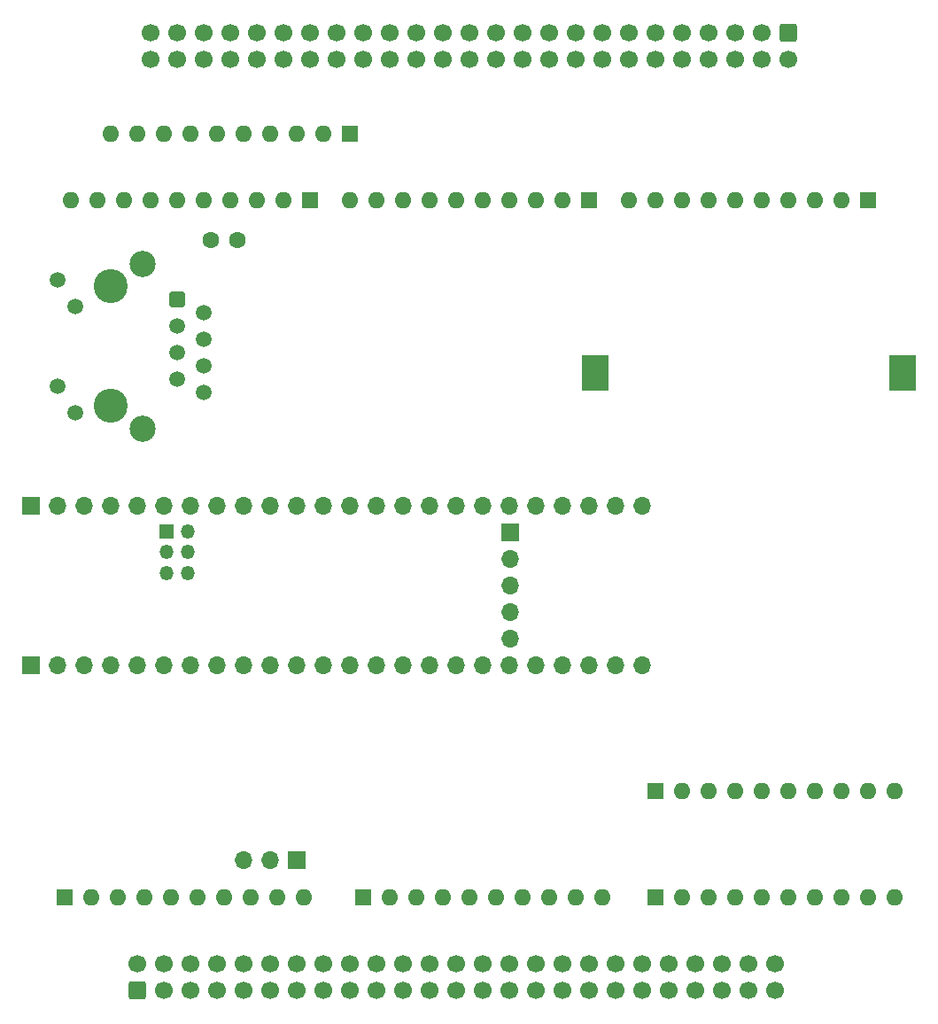
<source format=gbr>
%TF.GenerationSoftware,KiCad,Pcbnew,(6.0.4)*%
%TF.CreationDate,2022-05-21T22:33:24-04:00*%
%TF.ProjectId,pertec_arduino_adapter,70657274-6563-45f6-9172-6475696e6f5f,A*%
%TF.SameCoordinates,Original*%
%TF.FileFunction,Soldermask,Top*%
%TF.FilePolarity,Negative*%
%FSLAX46Y46*%
G04 Gerber Fmt 4.6, Leading zero omitted, Abs format (unit mm)*
G04 Created by KiCad (PCBNEW (6.0.4)) date 2022-05-21 22:33:24*
%MOMM*%
%LPD*%
G01*
G04 APERTURE LIST*
G04 Aperture macros list*
%AMRoundRect*
0 Rectangle with rounded corners*
0 $1 Rounding radius*
0 $2 $3 $4 $5 $6 $7 $8 $9 X,Y pos of 4 corners*
0 Add a 4 corners polygon primitive as box body*
4,1,4,$2,$3,$4,$5,$6,$7,$8,$9,$2,$3,0*
0 Add four circle primitives for the rounded corners*
1,1,$1+$1,$2,$3*
1,1,$1+$1,$4,$5*
1,1,$1+$1,$6,$7*
1,1,$1+$1,$8,$9*
0 Add four rect primitives between the rounded corners*
20,1,$1+$1,$2,$3,$4,$5,0*
20,1,$1+$1,$4,$5,$6,$7,0*
20,1,$1+$1,$6,$7,$8,$9,0*
20,1,$1+$1,$8,$9,$2,$3,0*%
G04 Aperture macros list end*
%ADD10C,3.250000*%
%ADD11RoundRect,0.250500X-0.499500X0.499500X-0.499500X-0.499500X0.499500X-0.499500X0.499500X0.499500X0*%
%ADD12C,1.500000*%
%ADD13C,2.500000*%
%ADD14R,1.700000X1.700000*%
%ADD15O,1.700000X1.700000*%
%ADD16RoundRect,0.250000X0.600000X-0.600000X0.600000X0.600000X-0.600000X0.600000X-0.600000X-0.600000X0*%
%ADD17C,1.700000*%
%ADD18R,1.350000X1.350000*%
%ADD19O,1.350000X1.350000*%
%ADD20R,1.600000X1.600000*%
%ADD21O,1.600000X1.600000*%
%ADD22R,2.540000X3.510000*%
%ADD23C,1.600000*%
%ADD24RoundRect,0.250000X-0.600000X0.600000X-0.600000X-0.600000X0.600000X-0.600000X0.600000X0.600000X0*%
G04 APERTURE END LIST*
D10*
%TO.C,J7*%
X97790000Y-78105000D03*
X97790000Y-66675000D03*
D11*
X104140000Y-67945000D03*
D12*
X106680000Y-69215000D03*
X104140000Y-70485000D03*
X106680000Y-71755000D03*
X104140000Y-73025000D03*
X106680000Y-74295000D03*
X104140000Y-75565000D03*
X106680000Y-76835000D03*
X92710000Y-66065000D03*
X94410000Y-68605000D03*
X92710000Y-76175000D03*
X94410000Y-78715000D03*
D13*
X100840000Y-80265000D03*
X100840000Y-64515000D03*
%TD*%
D14*
%TO.C,J4*%
X90170000Y-87630000D03*
D15*
X92710000Y-87630000D03*
X95250000Y-87630000D03*
X97790000Y-87630000D03*
X100330000Y-87630000D03*
X102870000Y-87630000D03*
X105410000Y-87630000D03*
X107950000Y-87630000D03*
X110490000Y-87630000D03*
X113030000Y-87630000D03*
X115570000Y-87630000D03*
X118110000Y-87630000D03*
X120650000Y-87630000D03*
X123190000Y-87630000D03*
X125730000Y-87630000D03*
X128270000Y-87630000D03*
X130810000Y-87630000D03*
X133350000Y-87630000D03*
X135890000Y-87630000D03*
X138430000Y-87630000D03*
X140970000Y-87630000D03*
X143510000Y-87630000D03*
X146050000Y-87630000D03*
X148590000Y-87630000D03*
%TD*%
D14*
%TO.C,JP1*%
X115570000Y-121545766D03*
D15*
X113030000Y-121545766D03*
X110490000Y-121545766D03*
%TD*%
D16*
%TO.C,J1*%
X100325000Y-133985000D03*
D17*
X100325000Y-131445000D03*
X102865000Y-133985000D03*
X102865000Y-131445000D03*
X105405000Y-133985000D03*
X105405000Y-131445000D03*
X107945000Y-133985000D03*
X107945000Y-131445000D03*
X110485000Y-133985000D03*
X110485000Y-131445000D03*
X113025000Y-133985000D03*
X113025000Y-131445000D03*
X115565000Y-133985000D03*
X115565000Y-131445000D03*
X118105000Y-133985000D03*
X118105000Y-131445000D03*
X120645000Y-133985000D03*
X120645000Y-131445000D03*
X123185000Y-133985000D03*
X123185000Y-131445000D03*
X125725000Y-133985000D03*
X125725000Y-131445000D03*
X128265000Y-133985000D03*
X128265000Y-131445000D03*
X130805000Y-133985000D03*
X130805000Y-131445000D03*
X133345000Y-133985000D03*
X133345000Y-131445000D03*
X135885000Y-133985000D03*
X135885000Y-131445000D03*
X138425000Y-133985000D03*
X138425000Y-131445000D03*
X140965000Y-133985000D03*
X140965000Y-131445000D03*
X143505000Y-133985000D03*
X143505000Y-131445000D03*
X146045000Y-133985000D03*
X146045000Y-131445000D03*
X148585000Y-133985000D03*
X148585000Y-131445000D03*
X151125000Y-133985000D03*
X151125000Y-131445000D03*
X153665000Y-133985000D03*
X153665000Y-131445000D03*
X156205000Y-133985000D03*
X156205000Y-131445000D03*
X158745000Y-133985000D03*
X158745000Y-131445000D03*
X161285000Y-133985000D03*
X161285000Y-131445000D03*
%TD*%
D18*
%TO.C,J3*%
X103108000Y-90080000D03*
D19*
X105108000Y-90080000D03*
X103108000Y-92080000D03*
X105108000Y-92080000D03*
X103108000Y-94080000D03*
X105108000Y-94080000D03*
%TD*%
D20*
%TO.C,RN5*%
X93345000Y-125095000D03*
D21*
X95885000Y-125095000D03*
X98425000Y-125095000D03*
X100965000Y-125095000D03*
X103505000Y-125095000D03*
X106045000Y-125095000D03*
X108585000Y-125095000D03*
X111125000Y-125095000D03*
X113665000Y-125095000D03*
X116205000Y-125095000D03*
%TD*%
D14*
%TO.C,J5*%
X90180000Y-102845000D03*
D15*
X92720000Y-102845000D03*
X95260000Y-102845000D03*
X97800000Y-102845000D03*
X100340000Y-102845000D03*
X102880000Y-102845000D03*
X105420000Y-102845000D03*
X107960000Y-102845000D03*
X110500000Y-102845000D03*
X113040000Y-102845000D03*
X115580000Y-102845000D03*
X118120000Y-102845000D03*
X120660000Y-102845000D03*
X123200000Y-102845000D03*
X125740000Y-102845000D03*
X128280000Y-102845000D03*
X130820000Y-102845000D03*
X133360000Y-102845000D03*
X135900000Y-102845000D03*
X138440000Y-102845000D03*
X140980000Y-102845000D03*
X143520000Y-102845000D03*
X146060000Y-102845000D03*
X148600000Y-102845000D03*
%TD*%
D22*
%TO.C,BT1*%
X144070000Y-74930000D03*
X173430000Y-74930000D03*
%TD*%
D20*
%TO.C,RN8*%
X120650000Y-52070000D03*
D21*
X118110000Y-52070000D03*
X115570000Y-52070000D03*
X113030000Y-52070000D03*
X110490000Y-52070000D03*
X107950000Y-52070000D03*
X105410000Y-52070000D03*
X102870000Y-52070000D03*
X100330000Y-52070000D03*
X97790000Y-52070000D03*
%TD*%
D20*
%TO.C,RN1*%
X170175000Y-58420000D03*
D21*
X167635000Y-58420000D03*
X165095000Y-58420000D03*
X162555000Y-58420000D03*
X160015000Y-58420000D03*
X157475000Y-58420000D03*
X154935000Y-58420000D03*
X152395000Y-58420000D03*
X149855000Y-58420000D03*
X147315000Y-58420000D03*
%TD*%
D20*
%TO.C,RN4*%
X149860000Y-114935000D03*
D21*
X152400000Y-114935000D03*
X154940000Y-114935000D03*
X157480000Y-114935000D03*
X160020000Y-114935000D03*
X162560000Y-114935000D03*
X165100000Y-114935000D03*
X167640000Y-114935000D03*
X170180000Y-114935000D03*
X172720000Y-114935000D03*
%TD*%
D20*
%TO.C,RN7*%
X149860000Y-125095000D03*
D21*
X152400000Y-125095000D03*
X154940000Y-125095000D03*
X157480000Y-125095000D03*
X160020000Y-125095000D03*
X162560000Y-125095000D03*
X165100000Y-125095000D03*
X167640000Y-125095000D03*
X170180000Y-125095000D03*
X172720000Y-125095000D03*
%TD*%
D23*
%TO.C,C1*%
X109855000Y-62230000D03*
X107315000Y-62230000D03*
%TD*%
D20*
%TO.C,RN2*%
X143505000Y-58420000D03*
D21*
X140965000Y-58420000D03*
X138425000Y-58420000D03*
X135885000Y-58420000D03*
X133345000Y-58420000D03*
X130805000Y-58420000D03*
X128265000Y-58420000D03*
X125725000Y-58420000D03*
X123185000Y-58420000D03*
X120645000Y-58420000D03*
%TD*%
D20*
%TO.C,RN3*%
X116840000Y-58420000D03*
D21*
X114300000Y-58420000D03*
X111760000Y-58420000D03*
X109220000Y-58420000D03*
X106680000Y-58420000D03*
X104140000Y-58420000D03*
X101600000Y-58420000D03*
X99060000Y-58420000D03*
X96520000Y-58420000D03*
X93980000Y-58420000D03*
%TD*%
D14*
%TO.C,J6*%
X135915000Y-90200000D03*
D15*
X135915000Y-92740000D03*
X135915000Y-95280000D03*
X135915000Y-97820000D03*
X135915000Y-100360000D03*
%TD*%
D20*
%TO.C,RN6*%
X121920000Y-125095000D03*
D21*
X124460000Y-125095000D03*
X127000000Y-125095000D03*
X129540000Y-125095000D03*
X132080000Y-125095000D03*
X134620000Y-125095000D03*
X137160000Y-125095000D03*
X139700000Y-125095000D03*
X142240000Y-125095000D03*
X144780000Y-125095000D03*
%TD*%
D24*
%TO.C,J2*%
X162565000Y-42427500D03*
D17*
X162565000Y-44967500D03*
X160025000Y-42427500D03*
X160025000Y-44967500D03*
X157485000Y-42427500D03*
X157485000Y-44967500D03*
X154945000Y-42427500D03*
X154945000Y-44967500D03*
X152405000Y-42427500D03*
X152405000Y-44967500D03*
X149865000Y-42427500D03*
X149865000Y-44967500D03*
X147325000Y-42427500D03*
X147325000Y-44967500D03*
X144785000Y-42427500D03*
X144785000Y-44967500D03*
X142245000Y-42427500D03*
X142245000Y-44967500D03*
X139705000Y-42427500D03*
X139705000Y-44967500D03*
X137165000Y-42427500D03*
X137165000Y-44967500D03*
X134625000Y-42427500D03*
X134625000Y-44967500D03*
X132085000Y-42427500D03*
X132085000Y-44967500D03*
X129545000Y-42427500D03*
X129545000Y-44967500D03*
X127005000Y-42427500D03*
X127005000Y-44967500D03*
X124465000Y-42427500D03*
X124465000Y-44967500D03*
X121925000Y-42427500D03*
X121925000Y-44967500D03*
X119385000Y-42427500D03*
X119385000Y-44967500D03*
X116845000Y-42427500D03*
X116845000Y-44967500D03*
X114305000Y-42427500D03*
X114305000Y-44967500D03*
X111765000Y-42427500D03*
X111765000Y-44967500D03*
X109225000Y-42427500D03*
X109225000Y-44967500D03*
X106685000Y-42427500D03*
X106685000Y-44967500D03*
X104145000Y-42427500D03*
X104145000Y-44967500D03*
X101605000Y-42427500D03*
X101605000Y-44967500D03*
%TD*%
M02*

</source>
